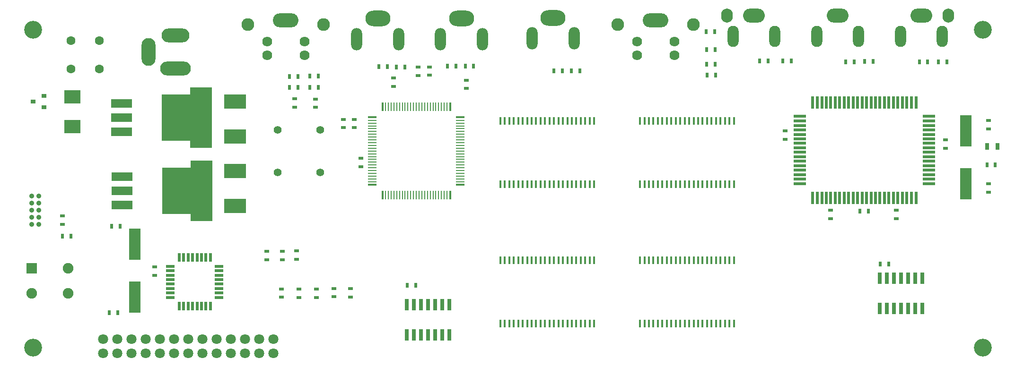
<source format=gts>
%TF.GenerationSoftware,KiCad,Pcbnew,8.0.0-8.0.0-1~ubuntu23.10.1*%
%TF.CreationDate,2024-02-24T10:39:46+11:00*%
%TF.ProjectId,tbc,7462632e-6b69-4636-9164-5f7063625858,rev?*%
%TF.SameCoordinates,Original*%
%TF.FileFunction,Soldermask,Top*%
%TF.FilePolarity,Negative*%
%FSLAX46Y46*%
G04 Gerber Fmt 4.6, Leading zero omitted, Abs format (unit mm)*
G04 Created by KiCad (PCBNEW 8.0.0-8.0.0-1~ubuntu23.10.1) date 2024-02-24 10:39:46*
%MOMM*%
%LPD*%
G01*
G04 APERTURE LIST*
%ADD10C,3.200000*%
%ADD11R,0.900000X0.600000*%
%ADD12R,4.000000X2.500000*%
%ADD13O,5.500000X2.500000*%
%ADD14O,5.000000X2.500000*%
%ADD15O,2.500000X5.000000*%
%ADD16R,0.450000X1.400000*%
%ADD17R,0.600000X0.900000*%
%ADD18R,0.900000X0.800000*%
%ADD19R,1.600000X0.500000*%
%ADD20R,0.500000X1.600000*%
%ADD21O,4.500000X2.800000*%
%ADD22O,2.000000X4.000000*%
%ADD23C,1.400000*%
%ADD24C,2.290000*%
%ADD25O,4.580000X2.500000*%
%ADD26C,1.780000*%
%ADD27R,0.400000X1.500000*%
%ADD28R,0.280000X1.500000*%
%ADD29R,1.500000X0.400000*%
%ADD30R,1.500000X0.280000*%
%ADD31R,2.100000X5.600000*%
%ADD32R,0.700000X1.300000*%
%ADD33R,3.000000X2.400000*%
%ADD34R,1.900000X1.900000*%
%ADD35C,1.900000*%
%ADD36R,3.800000X1.500000*%
%ADD37R,3.910000X10.800000*%
%ADD38R,6.990000X8.330000*%
%ADD39R,0.700000X2.000000*%
%ADD40C,0.900000*%
%ADD41O,2.100000X2.500000*%
%ADD42O,3.900000X2.500000*%
%ADD43O,2.000000X3.800000*%
%ADD44C,1.800000*%
%ADD45R,0.600000X2.200000*%
%ADD46R,0.500000X2.200000*%
%ADD47R,2.200000X0.600000*%
%ADD48R,2.200000X0.500000*%
%ADD49C,1.600000*%
G04 APERTURE END LIST*
D10*
%TO.C,MH1*%
X64750000Y-67100000D03*
%TD*%
D11*
%TO.C,C9*%
X129250000Y-75750000D03*
X129250000Y-77250000D03*
%TD*%
D12*
%TO.C,C55*%
X100875000Y-98700000D03*
X100875000Y-92400000D03*
%TD*%
D13*
%TO.C,J7*%
X90237500Y-74100000D03*
D14*
X90237500Y-68100000D03*
D15*
X85337500Y-71100000D03*
%TD*%
D16*
%TO.C,U3*%
X165150000Y-83420000D03*
X164350000Y-83420000D03*
X163550000Y-83420000D03*
X162750000Y-83420000D03*
X161950000Y-83420000D03*
X161150000Y-83420000D03*
X160350000Y-83420000D03*
X159550000Y-83420000D03*
X158750000Y-83420000D03*
X157950000Y-83420000D03*
X157150000Y-83420000D03*
X156350000Y-83420000D03*
X155550000Y-83420000D03*
X154750000Y-83420000D03*
X153950000Y-83420000D03*
X153150000Y-83420000D03*
X152350000Y-83420000D03*
X151550000Y-83420000D03*
X150750000Y-83420000D03*
X149950000Y-83420000D03*
X149150000Y-83420000D03*
X148350000Y-83420000D03*
X148350000Y-94780000D03*
X149150000Y-94780000D03*
X149950000Y-94780000D03*
X150750000Y-94780000D03*
X151550000Y-94780000D03*
X152350000Y-94780000D03*
X153150000Y-94780000D03*
X153950000Y-94780000D03*
X154750000Y-94780000D03*
X155550000Y-94780000D03*
X156350000Y-94780000D03*
X157150000Y-94780000D03*
X157950000Y-94780000D03*
X158750000Y-94780000D03*
X159550000Y-94780000D03*
X160350000Y-94780000D03*
X161150000Y-94780000D03*
X161950000Y-94780000D03*
X162750000Y-94780000D03*
X163550000Y-94780000D03*
X164350000Y-94780000D03*
X165150000Y-94780000D03*
%TD*%
D17*
%TO.C,C53*%
X79850000Y-117800000D03*
X78350000Y-117800000D03*
%TD*%
D18*
%TO.C,Q1*%
X66700000Y-81000000D03*
X66700000Y-79000000D03*
X64700000Y-80000000D03*
%TD*%
D19*
%TO.C,U11*%
X89300000Y-109500000D03*
X89300000Y-110300000D03*
X89300000Y-111100000D03*
X89300000Y-111900000D03*
X89300000Y-112700000D03*
X89300000Y-113500000D03*
X89300000Y-114300000D03*
X89300000Y-115100000D03*
D20*
X90850000Y-116650000D03*
X91650000Y-116650000D03*
X92450000Y-116650000D03*
X93250000Y-116650000D03*
X94050000Y-116650000D03*
X94850000Y-116650000D03*
X95650000Y-116650000D03*
X96450000Y-116650000D03*
D19*
X98000000Y-115100000D03*
X98000000Y-114300000D03*
X98000000Y-113500000D03*
X98000000Y-112700000D03*
X98000000Y-111900000D03*
X98000000Y-111100000D03*
X98000000Y-110300000D03*
X98000000Y-109500000D03*
D20*
X96450000Y-107950000D03*
X95650000Y-107950000D03*
X94850000Y-107950000D03*
X94050000Y-107950000D03*
X93250000Y-107950000D03*
X92450000Y-107950000D03*
X91650000Y-107950000D03*
X90850000Y-107950000D03*
%TD*%
D17*
%TO.C,R17*%
X215075000Y-72825000D03*
X213575000Y-72825000D03*
%TD*%
D11*
%TO.C,R30*%
X115410000Y-115085000D03*
X115410000Y-113585000D03*
%TD*%
D17*
%TO.C,R6*%
X143570000Y-73600000D03*
X142070000Y-73600000D03*
%TD*%
%TO.C,R26*%
X186730000Y-67460000D03*
X185230000Y-67460000D03*
%TD*%
D11*
%TO.C,R28*%
X118575000Y-114975000D03*
X118575000Y-113475000D03*
%TD*%
D21*
%TO.C,J5*%
X157800000Y-64975000D03*
D22*
X161550000Y-68675000D03*
X154050000Y-68675000D03*
%TD*%
D23*
%TO.C,X1*%
X108465000Y-92660000D03*
X116085000Y-92660000D03*
X116085000Y-85040000D03*
X108465000Y-85040000D03*
%TD*%
D12*
%TO.C,C54*%
X100875000Y-79950000D03*
X100875000Y-86250000D03*
%TD*%
D11*
%TO.C,C42*%
X199300000Y-85250000D03*
X199300000Y-86750000D03*
%TD*%
D24*
%TO.C,J4*%
X169380000Y-66225000D03*
D25*
X176140000Y-65415000D03*
D24*
X182900000Y-66225000D03*
D26*
X179490000Y-69225000D03*
X172790000Y-69225000D03*
X179490000Y-71715000D03*
X172790000Y-71715000D03*
%TD*%
D11*
%TO.C,C8*%
X142250000Y-76150000D03*
X142250000Y-77650000D03*
%TD*%
%TO.C,R27*%
X69950000Y-102000000D03*
X69950000Y-100500000D03*
%TD*%
D21*
%TO.C,J3*%
X126400000Y-65100000D03*
D22*
X130150000Y-68800000D03*
X122650000Y-68800000D03*
%TD*%
D11*
%TO.C,C14*%
X122180000Y-84680000D03*
X122180000Y-83180000D03*
%TD*%
D17*
%TO.C,R4*%
X126600000Y-73760000D03*
X128100000Y-73760000D03*
%TD*%
D11*
%TO.C,C48*%
X207500000Y-99500000D03*
X207500000Y-101000000D03*
%TD*%
%TO.C,C6*%
X111550000Y-79470000D03*
X111550000Y-80970000D03*
%TD*%
D27*
%TO.C,U1*%
X139360000Y-80950000D03*
D28*
X138800000Y-80950000D03*
X138300000Y-80950000D03*
X137800000Y-80950000D03*
X137300000Y-80950000D03*
X136800000Y-80950000D03*
X136300000Y-80950000D03*
X135800000Y-80950000D03*
X135300000Y-80950000D03*
X134800000Y-80950000D03*
X134300000Y-80950000D03*
X133800000Y-80950000D03*
X133300000Y-80950000D03*
X132800000Y-80950000D03*
X132300000Y-80950000D03*
X131800000Y-80950000D03*
X131300000Y-80950000D03*
X130800000Y-80950000D03*
X130300000Y-80950000D03*
X129800000Y-80950000D03*
X129300000Y-80950000D03*
X128800000Y-80950000D03*
X128300000Y-80950000D03*
X127800000Y-80950000D03*
D27*
X127240000Y-80950000D03*
D29*
X125400000Y-82790000D03*
D30*
X125400000Y-83350000D03*
X125400000Y-83850000D03*
X125400000Y-84350000D03*
X125400000Y-84850000D03*
X125400000Y-85350000D03*
X125400000Y-85850000D03*
X125400000Y-86350000D03*
X125400000Y-86850000D03*
X125400000Y-87350000D03*
X125400000Y-87850000D03*
X125400000Y-88350000D03*
X125400000Y-88850000D03*
X125400000Y-89350000D03*
X125400000Y-89850000D03*
X125400000Y-90350000D03*
X125400000Y-90850000D03*
X125400000Y-91350000D03*
X125400000Y-91850000D03*
X125400000Y-92350000D03*
X125400000Y-92850000D03*
X125400000Y-93350000D03*
X125400000Y-93850000D03*
X125400000Y-94350000D03*
D29*
X125400000Y-94910000D03*
D27*
X127240000Y-96750000D03*
D28*
X127800000Y-96750000D03*
X128300000Y-96750000D03*
X128800000Y-96750000D03*
X129300000Y-96750000D03*
X129800000Y-96750000D03*
X130300000Y-96750000D03*
X130800000Y-96750000D03*
X131300000Y-96750000D03*
X131800000Y-96750000D03*
X132300000Y-96750000D03*
X132800000Y-96750000D03*
X133300000Y-96750000D03*
X133800000Y-96750000D03*
X134300000Y-96750000D03*
X134800000Y-96750000D03*
X135300000Y-96750000D03*
X135800000Y-96750000D03*
X136300000Y-96750000D03*
X136800000Y-96750000D03*
X137300000Y-96750000D03*
X137800000Y-96750000D03*
X138300000Y-96750000D03*
X138800000Y-96750000D03*
D27*
X139360000Y-96750000D03*
D29*
X141200000Y-94910000D03*
D30*
X141200000Y-94350000D03*
X141200000Y-93850000D03*
X141200000Y-93350000D03*
X141200000Y-92850000D03*
X141200000Y-92350000D03*
X141200000Y-91850000D03*
X141200000Y-91350000D03*
X141200000Y-90850000D03*
X141200000Y-90350000D03*
X141200000Y-89850000D03*
X141200000Y-89350000D03*
X141200000Y-88850000D03*
X141200000Y-88350000D03*
X141200000Y-87850000D03*
X141200000Y-87350000D03*
X141200000Y-86850000D03*
X141200000Y-86350000D03*
X141200000Y-85850000D03*
X141200000Y-85350000D03*
X141200000Y-84850000D03*
X141200000Y-84350000D03*
X141200000Y-83850000D03*
X141200000Y-83350000D03*
D29*
X141200000Y-82790000D03*
%TD*%
D24*
%TO.C,J1*%
X103190000Y-66195000D03*
D25*
X109950000Y-65385000D03*
D24*
X116710000Y-66195000D03*
D26*
X113300000Y-69195000D03*
X106600000Y-69195000D03*
X113300000Y-71685000D03*
X106600000Y-71685000D03*
%TD*%
D31*
%TO.C,Y1*%
X231650000Y-94700000D03*
X231650000Y-85200000D03*
%TD*%
D17*
%TO.C,R16*%
X223350000Y-72900000D03*
X224850000Y-72900000D03*
%TD*%
D32*
%TO.C,L2*%
X237350000Y-88050000D03*
X235450000Y-88050000D03*
%TD*%
D31*
%TO.C,Y2*%
X82900000Y-105550000D03*
X82900000Y-115050000D03*
%TD*%
D11*
%TO.C,R10*%
X123390000Y-91670000D03*
X123390000Y-90170000D03*
%TD*%
D17*
%TO.C,C61*%
X133175000Y-112900000D03*
X131675000Y-112900000D03*
%TD*%
D33*
%TO.C,C51*%
X71700000Y-79100000D03*
X71700000Y-84500000D03*
%TD*%
D11*
%TO.C,R9*%
X120280000Y-83170000D03*
X120280000Y-84670000D03*
%TD*%
%TO.C,C22*%
X109310000Y-108330000D03*
X109310000Y-106830000D03*
%TD*%
D17*
%TO.C,C52*%
X80300000Y-102350000D03*
X78800000Y-102350000D03*
%TD*%
%TO.C,R8*%
X110590000Y-77420000D03*
X112090000Y-77420000D03*
%TD*%
%TO.C,R18*%
X210175000Y-72850000D03*
X211675000Y-72850000D03*
%TD*%
D34*
%TO.C,SW1*%
X64500000Y-109850000D03*
D35*
X71000000Y-109850000D03*
X64500000Y-114350000D03*
X71000000Y-114350000D03*
%TD*%
D36*
%TO.C,U10*%
X80625000Y-93435000D03*
D37*
X94840000Y-95975000D03*
D38*
X91300000Y-95975000D03*
D36*
X80625000Y-95975000D03*
X80625000Y-98515000D03*
%TD*%
D39*
%TO.C,U8*%
X216290000Y-117050000D03*
X217560000Y-117050000D03*
X218830000Y-117050000D03*
X220100000Y-117050000D03*
X221370000Y-117050000D03*
X222640000Y-117050000D03*
X223910000Y-117050000D03*
X223910000Y-111650000D03*
X222640000Y-111650000D03*
X221370000Y-111650000D03*
X220100000Y-111650000D03*
X218830000Y-111650000D03*
X217560000Y-111650000D03*
X216290000Y-111650000D03*
%TD*%
D17*
%TO.C,C50*%
X71500000Y-104100000D03*
X70000000Y-104100000D03*
%TD*%
%TO.C,R25*%
X186760000Y-70640000D03*
X185260000Y-70640000D03*
%TD*%
%TO.C,R23*%
X186850000Y-75260000D03*
X185350000Y-75260000D03*
%TD*%
%TO.C,R22*%
X157930000Y-74490000D03*
X159430000Y-74490000D03*
%TD*%
%TO.C,R1*%
X110630000Y-75460000D03*
X112130000Y-75460000D03*
%TD*%
%TO.C,C29*%
X236950000Y-91350000D03*
X235450000Y-91350000D03*
%TD*%
D11*
%TO.C,C10*%
X135650000Y-73770000D03*
X135650000Y-75270000D03*
%TD*%
%TO.C,C28*%
X235750000Y-94700000D03*
X235750000Y-96200000D03*
%TD*%
D40*
%TO.C,J8*%
X64430000Y-96890000D03*
X65700000Y-96890000D03*
X64430000Y-98160000D03*
X65700000Y-98160000D03*
X64430000Y-99430000D03*
X65700000Y-99430000D03*
X64430000Y-100700000D03*
X65700000Y-100700000D03*
X64430000Y-101970000D03*
X65700000Y-101970000D03*
%TD*%
D17*
%TO.C,C49*%
X216350000Y-109100000D03*
X217850000Y-109100000D03*
%TD*%
D10*
%TO.C,MH2*%
X64750000Y-124100000D03*
%TD*%
D17*
%TO.C,R24*%
X186800000Y-73280000D03*
X185300000Y-73280000D03*
%TD*%
%TO.C,R7*%
X115760000Y-77430000D03*
X114260000Y-77430000D03*
%TD*%
%TO.C,R5*%
X131250000Y-73770000D03*
X129750000Y-73770000D03*
%TD*%
D10*
%TO.C,MH3*%
X234750000Y-67100000D03*
%TD*%
D41*
%TO.C,J6*%
X228530000Y-64590000D03*
X188930000Y-64590000D03*
D42*
X223730000Y-64590000D03*
D43*
X227480000Y-68290000D03*
X219980000Y-68290000D03*
D42*
X208730000Y-64590000D03*
D43*
X212480000Y-68290000D03*
X204980000Y-68290000D03*
D42*
X193730000Y-64590000D03*
D43*
X197480000Y-68290000D03*
X189980000Y-68290000D03*
%TD*%
D17*
%TO.C,R21*%
X162600000Y-74490000D03*
X161100000Y-74490000D03*
%TD*%
D11*
%TO.C,R11*%
X106510000Y-108330000D03*
X106510000Y-106830000D03*
%TD*%
D44*
%TO.C,J9*%
X77270000Y-125100000D03*
X77270000Y-122560000D03*
X79810000Y-125100000D03*
X79810000Y-122560000D03*
X82350000Y-125100000D03*
X82350000Y-122560000D03*
X84890000Y-125100000D03*
X84890000Y-122560000D03*
X87430000Y-125100000D03*
X87430000Y-122560000D03*
X89970000Y-125100000D03*
X89970000Y-122560000D03*
X92510000Y-125100000D03*
X92510000Y-122560000D03*
X95050000Y-125100000D03*
X95050000Y-122560000D03*
X97590000Y-125100000D03*
X97590000Y-122560000D03*
X100130000Y-125100000D03*
X100130000Y-122560000D03*
X102670000Y-125100000D03*
X102670000Y-122560000D03*
X105210000Y-125100000D03*
X105210000Y-122560000D03*
X107750000Y-125100000D03*
X107750000Y-122560000D03*
%TD*%
D17*
%TO.C,R2*%
X115770000Y-75430000D03*
X114270000Y-75430000D03*
%TD*%
%TO.C,C44*%
X214250000Y-99650000D03*
X212750000Y-99650000D03*
%TD*%
D16*
%TO.C,U4*%
X190150000Y-83420000D03*
X189350000Y-83420000D03*
X188550000Y-83420000D03*
X187750000Y-83420000D03*
X186950000Y-83420000D03*
X186150000Y-83420000D03*
X185350000Y-83420000D03*
X184550000Y-83420000D03*
X183750000Y-83420000D03*
X182950000Y-83420000D03*
X182150000Y-83420000D03*
X181350000Y-83420000D03*
X180550000Y-83420000D03*
X179750000Y-83420000D03*
X178950000Y-83420000D03*
X178150000Y-83420000D03*
X177350000Y-83420000D03*
X176550000Y-83420000D03*
X175750000Y-83420000D03*
X174950000Y-83420000D03*
X174150000Y-83420000D03*
X173350000Y-83420000D03*
X173350000Y-94780000D03*
X174150000Y-94780000D03*
X174950000Y-94780000D03*
X175750000Y-94780000D03*
X176550000Y-94780000D03*
X177350000Y-94780000D03*
X178150000Y-94780000D03*
X178950000Y-94780000D03*
X179750000Y-94780000D03*
X180550000Y-94780000D03*
X181350000Y-94780000D03*
X182150000Y-94780000D03*
X182950000Y-94780000D03*
X183750000Y-94780000D03*
X184550000Y-94780000D03*
X185350000Y-94780000D03*
X186150000Y-94780000D03*
X186950000Y-94780000D03*
X187750000Y-94780000D03*
X188550000Y-94780000D03*
X189350000Y-94780000D03*
X190150000Y-94780000D03*
%TD*%
D11*
%TO.C,C47*%
X219200000Y-99500000D03*
X219200000Y-101000000D03*
%TD*%
D16*
%TO.C,U6*%
X190150000Y-108420000D03*
X189350000Y-108420000D03*
X188550000Y-108420000D03*
X187750000Y-108420000D03*
X186950000Y-108420000D03*
X186150000Y-108420000D03*
X185350000Y-108420000D03*
X184550000Y-108420000D03*
X183750000Y-108420000D03*
X182950000Y-108420000D03*
X182150000Y-108420000D03*
X181350000Y-108420000D03*
X180550000Y-108420000D03*
X179750000Y-108420000D03*
X178950000Y-108420000D03*
X178150000Y-108420000D03*
X177350000Y-108420000D03*
X176550000Y-108420000D03*
X175750000Y-108420000D03*
X174950000Y-108420000D03*
X174150000Y-108420000D03*
X173350000Y-108420000D03*
X173350000Y-119780000D03*
X174150000Y-119780000D03*
X174950000Y-119780000D03*
X175750000Y-119780000D03*
X176550000Y-119780000D03*
X177350000Y-119780000D03*
X178150000Y-119780000D03*
X178950000Y-119780000D03*
X179750000Y-119780000D03*
X180550000Y-119780000D03*
X181350000Y-119780000D03*
X182150000Y-119780000D03*
X182950000Y-119780000D03*
X183750000Y-119780000D03*
X184550000Y-119780000D03*
X185350000Y-119780000D03*
X186150000Y-119780000D03*
X186950000Y-119780000D03*
X187750000Y-119780000D03*
X188550000Y-119780000D03*
X189350000Y-119780000D03*
X190150000Y-119780000D03*
%TD*%
D11*
%TO.C,R12*%
X111880000Y-108250000D03*
X111880000Y-106750000D03*
%TD*%
D17*
%TO.C,R15*%
X228275000Y-72875000D03*
X226775000Y-72875000D03*
%TD*%
D45*
%TO.C,U7*%
X204250000Y-97225000D03*
D46*
X205100000Y-97225000D03*
X205900000Y-97225000D03*
X206700000Y-97225000D03*
X207500000Y-97225000D03*
X208300000Y-97225000D03*
X209100000Y-97225000D03*
X209900000Y-97225000D03*
X210700000Y-97225000D03*
X211500000Y-97225000D03*
X212300000Y-97225000D03*
X213100000Y-97225000D03*
X213900000Y-97225000D03*
X214700000Y-97225000D03*
X215500000Y-97225000D03*
X216300000Y-97225000D03*
X217100000Y-97225000D03*
X217900000Y-97225000D03*
X218700000Y-97225000D03*
X219500000Y-97225000D03*
X220300000Y-97225000D03*
X221100000Y-97225000D03*
X221900000Y-97225000D03*
D45*
X222750000Y-97225000D03*
D47*
X225050000Y-94725000D03*
D48*
X225050000Y-93875000D03*
X225050000Y-93075000D03*
X225050000Y-92275000D03*
X225050000Y-91475000D03*
X225050000Y-90675000D03*
X225050000Y-89875000D03*
X225050000Y-89075000D03*
X225050000Y-88275000D03*
X225050000Y-87475000D03*
X225050000Y-86675000D03*
X225050000Y-85875000D03*
X225050000Y-85075000D03*
X225050000Y-84275000D03*
X225050000Y-83475000D03*
D47*
X225050000Y-82625000D03*
D45*
X222750000Y-80125000D03*
D46*
X221900000Y-80125000D03*
X221100000Y-80125000D03*
X220300000Y-80125000D03*
X219500000Y-80125000D03*
X218700000Y-80125000D03*
X217900000Y-80125000D03*
X217100000Y-80125000D03*
X216300000Y-80125000D03*
X215500000Y-80125000D03*
X214700000Y-80125000D03*
X213900000Y-80125000D03*
X213100000Y-80125000D03*
X212300000Y-80125000D03*
X211500000Y-80125000D03*
X210700000Y-80125000D03*
X209900000Y-80125000D03*
X209100000Y-80125000D03*
X208300000Y-80125000D03*
X207500000Y-80125000D03*
X206700000Y-80125000D03*
X205900000Y-80125000D03*
X205100000Y-80125000D03*
D45*
X204250000Y-80125000D03*
D47*
X201950000Y-82625000D03*
D48*
X201950000Y-83475000D03*
X201950000Y-84275000D03*
X201950000Y-85075000D03*
X201950000Y-85875000D03*
X201950000Y-86675000D03*
X201950000Y-87475000D03*
X201950000Y-88275000D03*
X201950000Y-89075000D03*
X201950000Y-89875000D03*
X201950000Y-90675000D03*
X201950000Y-91475000D03*
X201950000Y-92275000D03*
X201950000Y-93075000D03*
X201950000Y-93875000D03*
D47*
X201950000Y-94725000D03*
%TD*%
D11*
%TO.C,R14*%
X109200000Y-113575000D03*
X109200000Y-115075000D03*
%TD*%
D39*
%TO.C,U2*%
X131640000Y-121825000D03*
X132910000Y-121825000D03*
X134180000Y-121825000D03*
X135450000Y-121825000D03*
X136720000Y-121825000D03*
X137990000Y-121825000D03*
X139260000Y-121825000D03*
X139260000Y-116425000D03*
X137990000Y-116425000D03*
X136720000Y-116425000D03*
X135450000Y-116425000D03*
X134180000Y-116425000D03*
X132910000Y-116425000D03*
X131640000Y-116425000D03*
%TD*%
D11*
%TO.C,C7*%
X115260000Y-79520000D03*
X115260000Y-81020000D03*
%TD*%
D49*
%TO.C,SW2*%
X76550000Y-69100000D03*
X71470000Y-69100000D03*
X76550000Y-74180000D03*
X71470000Y-74180000D03*
%TD*%
D17*
%TO.C,R20*%
X194800000Y-72700000D03*
X196300000Y-72700000D03*
%TD*%
D21*
%TO.C,J2*%
X141400000Y-65100000D03*
D22*
X145150000Y-68800000D03*
X137650000Y-68800000D03*
%TD*%
D11*
%TO.C,R13*%
X228050000Y-88360000D03*
X228050000Y-86860000D03*
%TD*%
D17*
%TO.C,R3*%
X138880000Y-73610000D03*
X140380000Y-73610000D03*
%TD*%
D11*
%TO.C,R32*%
X86450000Y-111100000D03*
X86450000Y-109600000D03*
%TD*%
D16*
%TO.C,U5*%
X165150000Y-108420000D03*
X164350000Y-108420000D03*
X163550000Y-108420000D03*
X162750000Y-108420000D03*
X161950000Y-108420000D03*
X161150000Y-108420000D03*
X160350000Y-108420000D03*
X159550000Y-108420000D03*
X158750000Y-108420000D03*
X157950000Y-108420000D03*
X157150000Y-108420000D03*
X156350000Y-108420000D03*
X155550000Y-108420000D03*
X154750000Y-108420000D03*
X153950000Y-108420000D03*
X153150000Y-108420000D03*
X152350000Y-108420000D03*
X151550000Y-108420000D03*
X150750000Y-108420000D03*
X149950000Y-108420000D03*
X149150000Y-108420000D03*
X148350000Y-108420000D03*
X148350000Y-119780000D03*
X149150000Y-119780000D03*
X149950000Y-119780000D03*
X150750000Y-119780000D03*
X151550000Y-119780000D03*
X152350000Y-119780000D03*
X153150000Y-119780000D03*
X153950000Y-119780000D03*
X154750000Y-119780000D03*
X155550000Y-119780000D03*
X156350000Y-119780000D03*
X157150000Y-119780000D03*
X157950000Y-119780000D03*
X158750000Y-119780000D03*
X159550000Y-119780000D03*
X160350000Y-119780000D03*
X161150000Y-119780000D03*
X161950000Y-119780000D03*
X162750000Y-119780000D03*
X163550000Y-119780000D03*
X164350000Y-119780000D03*
X165150000Y-119780000D03*
%TD*%
D17*
%TO.C,R19*%
X200450000Y-72700000D03*
X198950000Y-72700000D03*
%TD*%
D11*
%TO.C,R29*%
X121525000Y-115025000D03*
X121525000Y-113525000D03*
%TD*%
D36*
%TO.C,U9*%
X80550000Y-80285000D03*
D37*
X94765000Y-82825000D03*
D38*
X91225000Y-82825000D03*
D36*
X80550000Y-82825000D03*
X80550000Y-85365000D03*
%TD*%
D11*
%TO.C,C11*%
X133630000Y-73820000D03*
X133630000Y-75320000D03*
%TD*%
D10*
%TO.C,MH4*%
X234750000Y-124100000D03*
%TD*%
D11*
%TO.C,C27*%
X235700000Y-84900000D03*
X235700000Y-83400000D03*
%TD*%
%TO.C,R31*%
X112310000Y-115135000D03*
X112310000Y-113635000D03*
%TD*%
M02*

</source>
